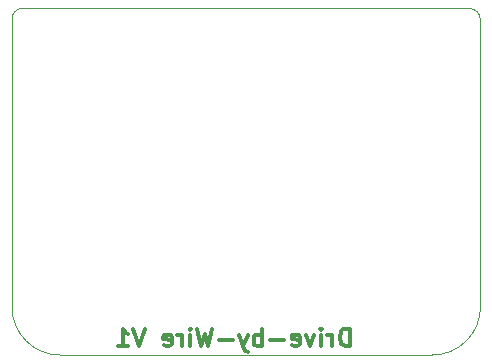
<source format=gbr>
G04 #@! TF.GenerationSoftware,KiCad,Pcbnew,(6.0.0)*
G04 #@! TF.CreationDate,2022-07-24T15:27:52-05:00*
G04 #@! TF.ProjectId,DriveByWireInputSTM32QFN28,44726976-6542-4795-9769-7265496e7075,rev?*
G04 #@! TF.SameCoordinates,Original*
G04 #@! TF.FileFunction,Legend,Bot*
G04 #@! TF.FilePolarity,Positive*
%FSLAX46Y46*%
G04 Gerber Fmt 4.6, Leading zero omitted, Abs format (unit mm)*
G04 Created by KiCad (PCBNEW (6.0.0)) date 2022-07-24 15:27:52*
%MOMM*%
%LPD*%
G01*
G04 APERTURE LIST*
%ADD10C,0.300000*%
G04 #@! TA.AperFunction,Profile*
%ADD11C,0.050000*%
G04 #@! TD*
G04 APERTURE END LIST*
D10*
X161185714Y-114008571D02*
X161185714Y-112508571D01*
X160828571Y-112508571D01*
X160614285Y-112580000D01*
X160471428Y-112722857D01*
X160400000Y-112865714D01*
X160328571Y-113151428D01*
X160328571Y-113365714D01*
X160400000Y-113651428D01*
X160471428Y-113794285D01*
X160614285Y-113937142D01*
X160828571Y-114008571D01*
X161185714Y-114008571D01*
X159685714Y-114008571D02*
X159685714Y-113008571D01*
X159685714Y-113294285D02*
X159614285Y-113151428D01*
X159542857Y-113080000D01*
X159400000Y-113008571D01*
X159257142Y-113008571D01*
X158757142Y-114008571D02*
X158757142Y-113008571D01*
X158757142Y-112508571D02*
X158828571Y-112580000D01*
X158757142Y-112651428D01*
X158685714Y-112580000D01*
X158757142Y-112508571D01*
X158757142Y-112651428D01*
X158185714Y-113008571D02*
X157828571Y-114008571D01*
X157471428Y-113008571D01*
X156328571Y-113937142D02*
X156471428Y-114008571D01*
X156757142Y-114008571D01*
X156900000Y-113937142D01*
X156971428Y-113794285D01*
X156971428Y-113222857D01*
X156900000Y-113080000D01*
X156757142Y-113008571D01*
X156471428Y-113008571D01*
X156328571Y-113080000D01*
X156257142Y-113222857D01*
X156257142Y-113365714D01*
X156971428Y-113508571D01*
X155614285Y-113437142D02*
X154471428Y-113437142D01*
X153757142Y-114008571D02*
X153757142Y-112508571D01*
X153757142Y-113080000D02*
X153614285Y-113008571D01*
X153328571Y-113008571D01*
X153185714Y-113080000D01*
X153114285Y-113151428D01*
X153042857Y-113294285D01*
X153042857Y-113722857D01*
X153114285Y-113865714D01*
X153185714Y-113937142D01*
X153328571Y-114008571D01*
X153614285Y-114008571D01*
X153757142Y-113937142D01*
X152542857Y-113008571D02*
X152185714Y-114008571D01*
X151828571Y-113008571D02*
X152185714Y-114008571D01*
X152328571Y-114365714D01*
X152400000Y-114437142D01*
X152542857Y-114508571D01*
X151257142Y-113437142D02*
X150114285Y-113437142D01*
X149542857Y-112508571D02*
X149185714Y-114008571D01*
X148900000Y-112937142D01*
X148614285Y-114008571D01*
X148257142Y-112508571D01*
X147685714Y-114008571D02*
X147685714Y-113008571D01*
X147685714Y-112508571D02*
X147757142Y-112580000D01*
X147685714Y-112651428D01*
X147614285Y-112580000D01*
X147685714Y-112508571D01*
X147685714Y-112651428D01*
X146971428Y-114008571D02*
X146971428Y-113008571D01*
X146971428Y-113294285D02*
X146900000Y-113151428D01*
X146828571Y-113080000D01*
X146685714Y-113008571D01*
X146542857Y-113008571D01*
X145471428Y-113937142D02*
X145614285Y-114008571D01*
X145900000Y-114008571D01*
X146042857Y-113937142D01*
X146114285Y-113794285D01*
X146114285Y-113222857D01*
X146042857Y-113080000D01*
X145900000Y-113008571D01*
X145614285Y-113008571D01*
X145471428Y-113080000D01*
X145400000Y-113222857D01*
X145400000Y-113365714D01*
X146114285Y-113508571D01*
X143828571Y-112508571D02*
X143328571Y-114008571D01*
X142828571Y-112508571D01*
X141542857Y-114008571D02*
X142400000Y-114008571D01*
X141971428Y-114008571D02*
X141971428Y-112508571D01*
X142114285Y-112722857D01*
X142257142Y-112865714D01*
X142400000Y-112937142D01*
D11*
X132588000Y-110680500D02*
G75*
G03*
X136652000Y-114744500I4064000J0D01*
G01*
X172239940Y-86360000D02*
X172250164Y-110667800D01*
X132588000Y-110680500D02*
X132588000Y-86296602D01*
X172239940Y-86360000D02*
G75*
G03*
X171279873Y-85389743I-965162J5095D01*
G01*
X168153080Y-114744500D02*
G75*
G03*
X172250164Y-110667800I22733J4074289D01*
G01*
X171279820Y-85389720D02*
X133489685Y-85389720D01*
X133489685Y-85389720D02*
G75*
G03*
X132588000Y-86296602I0J-901700D01*
G01*
X168153080Y-114744500D02*
X136652000Y-114744500D01*
M02*

</source>
